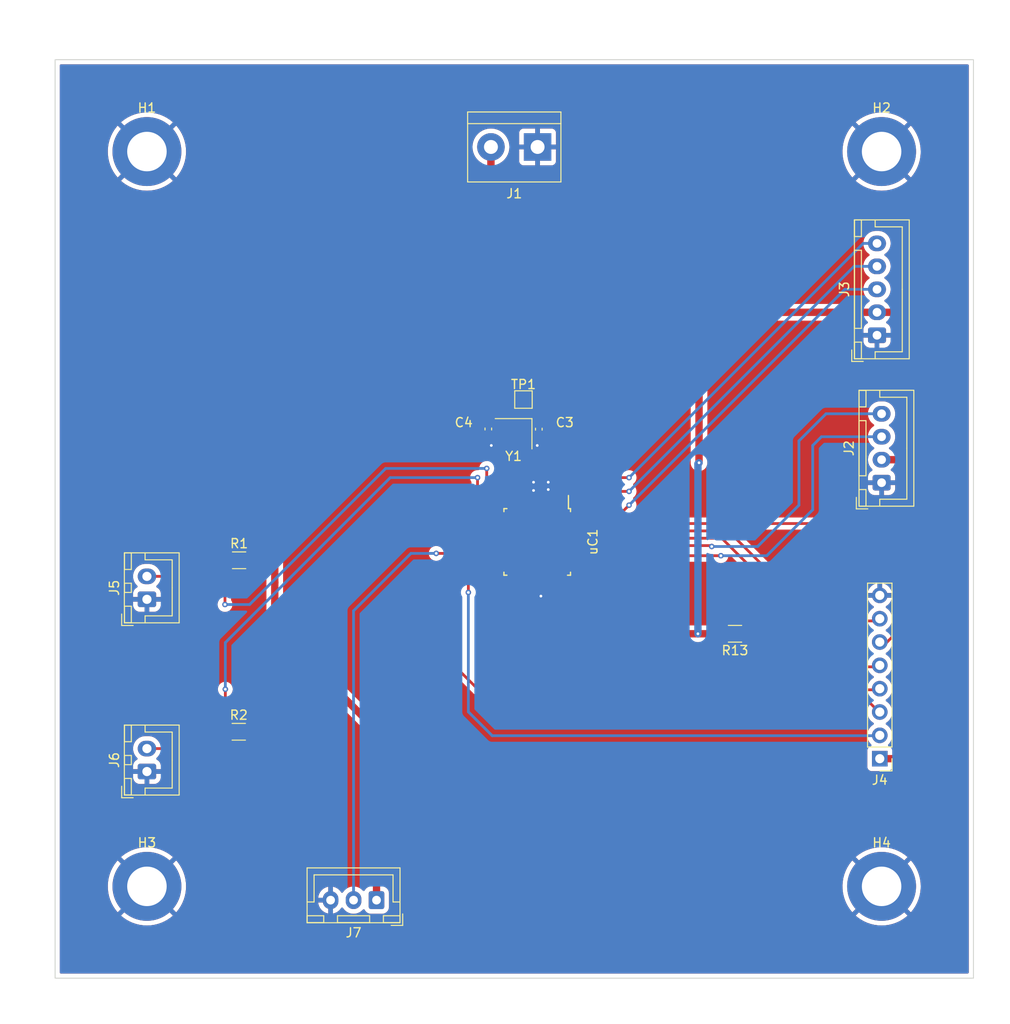
<source format=kicad_pcb>
(kicad_pcb (version 20211014) (generator pcbnew)
  (layers (0 "F.Cu" signal "Front") (1 "In1.Cu" signal) (2 "In2.Cu" signal) (31 "B.Cu" signal "Back") (34 "B.Paste" user) (35 "F.Paste" user) (36 "B.SilkS" user "B.Silkscreen") (37 "F.SilkS" user "F.Silkscreen") (38 "B.Mask" user) (39 "F.Mask" user) (44 "Edge.Cuts" user))
  (net 0 "")
  (net 1 "Net-(C3-Pad1)")
  (net 2 "GND")
  (net 3 "Net-(C4-Pad1)")
  (net 4 "+5V")
  (net 5 "SDA")
  (net 6 "SCL")
  (net 7 "MISO")
  (net 8 "MOSI")
  (net 9 "SCK")
  (net 10 "RST")
  (net 11 "UART TX")
  (net 12 "UART RX")
  (net 13 "Bouton1")
  (net 14 "Bouton2")
  (net 17 "SW")
  (net 18 "DT")
  (net 19 "CLK")
  (net 23 "BUZZER")
  (footprint "Connector_JST:JST_XH_B2B-XH-A_1x02_P2.50mm_Vertical" (layer "F.Cu") (at 35 83.75 90)
    (fp_text reference "J5" (at 1.25 -3.55 90) (layer "F.SilkS"))
    (fp_text value "Connecteur_bouton_1")
    (fp_line (start -2.55 -0.2) (end -1.8 -0.2) (layer "F.SilkS") (width 0.12))
    (fp_line (start 5.05 -0.2) (end 4.3 -0.2) (layer "F.SilkS") (width 0.12))
    (fp_line (start -2.55 -2.45) (end -2.55 -1.7) (layer "F.SilkS") (width 0.12))
    (fp_line (start -0.75 -1.7) (end -0.75 -2.45) (layer "F.SilkS") (width 0.12))
    (fp_line (start -0.75 -2.45) (end -2.55 -2.45) (layer "F.SilkS") (width 0.12))
    (fp_line (start 5.05 -2.45) (end 3.25 -2.45) (layer "F.SilkS") (width 0.12))
    (fp_line (start 5.06 3.51) (end 5.06 -2.46) (layer "F.SilkS") (width 0.12))
    (fp_line (start -2.56 3.51) (end 5.06 3.51) (layer "F.SilkS") (width 0.12))
    (fp_line (start -1.8 2.75) (end 1.25 2.75) (layer "F.SilkS") (width 0.12))
    (fp_line (start 3.25 -2.45) (end 3.25 -1.7) (layer "F.SilkS") (width 0.12))
    (fp_line (start 0.75 -1.7) (end 1.75 -1.7) (layer "F.SilkS") (width 0.12))
    (fp_line (start -1.8 -0.2) (end -1.8 2.75) (layer "F.SilkS") (width 0.12))
    (fp_line (start -2.56 -2.46) (end -2.56 3.51) (layer "F.SilkS") (width 0.12))
    (fp_line (start 4.3 -0.2) (end 4.3 2.75) (layer "F.SilkS") (width 0.12))
    (fp_line (start 1.75 -2.45) (end 0.75 -2.45) (layer "F.SilkS") (width 0.12))
    (fp_line (start 0.75 -2.45) (end 0.75 -1.7) (layer "F.SilkS") (width 0.12))
    (fp_line (start 5.06 -2.46) (end -2.56 -2.46) (layer "F.SilkS") (width 0.12))
    (fp_line (start -1.6 -2.75) (end -2.85 -2.75) (layer "F.SilkS") (width 0.12))
    (fp_line (start 1.75 -1.7) (end 1.75 -2.45) (layer "F.SilkS") (width 0.12))
    (fp_line (start 5.05 -1.7) (end 5.05 -2.45) (layer "F.SilkS") (width 0.12))
    (fp_line (start 4.3 2.75) (end 1.25 2.75) (layer "F.SilkS") (width 0.12))
    (fp_line (start 3.25 -1.7) (end 5.05 -1.7) (layer "F.SilkS") (width 0.12))
    (fp_line (start -2.85 -2.75) (end -2.85 -1.5) (layer "F.SilkS") (width 0.12))
    (fp_line (start -2.55 -1.7) (end -0.75 -1.7) (layer "F.SilkS") (width 0.12))
    (pad "1" thru_hole roundrect locked (at 0 0 90) (size 1.7 2) (drill 1) (layers *.Cu *.Mask) (roundrect_rratio 0.1470588235) (net 2 "GND"))
    (pad "2" thru_hole oval locked (at 2.5 0 90) (size 1.7 2) (drill 1) (layers *.Cu *.Mask) (net 13 "Bouton1"))
  )
  (footprint "Capacitor_SMD:C_0402_1005Metric" (layer "F.Cu") (at 72.175 65.205 -90)
    (fp_text reference "C4" (at -0.705 2.675 180) (layer "F.SilkS"))
    (fp_text value "22p")
    (fp_line (start -0.107836 0.36) (end 0.107836 0.36) (layer "F.SilkS") (width 0.12))
    (fp_line (start -0.107836 -0.36) (end 0.107836 -0.36) (layer "F.SilkS") (width 0.12))
    (pad "1" smd roundrect (at -0.48 0 270) (size 0.56 0.62) (layers "F.Cu" "F.Paste" "F.Mask") (net 3 "Net-(C4-Pad1)"))
    (pad "2" smd roundrect (at 0.48 0 270) (size 0.56 0.62) (layers "F.Cu" "F.Paste" "F.Mask") (net 2 "GND"))
  )
  (footprint "Connector_JST:JST_XH_B4B-XH-A_1x04_P2.50mm_Vertical" (layer "F.Cu") (at 115 71.05 90)
    (fp_text reference "J2" (at 3.75 -3.55 90) (layer "F.SilkS"))
    (fp_text value "Connecteur_ecran")
    (fp_line (start 10.05 -2.45) (end 8.25 -2.45) (layer "F.SilkS") (width 0.12))
    (fp_line (start -0.75 -2.45) (end -2.55 -2.45) (layer "F.SilkS") (width 0.12))
    (fp_line (start 6.75 -2.45) (end 0.75 -2.45) (layer "F.SilkS") (width 0.12))
    (fp_line (start 10.05 -0.2) (end 9.3 -0.2) (layer "F.SilkS") (width 0.12))
    (fp_line (start 9.3 -0.2) (end 9.3 2.75) (layer "F.SilkS") (width 0.12))
    (fp_line (start 8.25 -2.45) (end 8.25 -1.7) (layer "F.SilkS") (width 0.12))
    (fp_line (start -2.56 -2.46) (end -2.56 3.51) (layer "F.SilkS") (width 0.12))
    (fp_line (start -2.85 -2.75) (end -2.85 -1.5) (layer "F.SilkS") (width 0.12))
    (fp_line (start 0.75 -2.45) (end 0.75 -1.7) (layer "F.SilkS") (width 0.12))
    (fp_line (start -0.75 -1.7) (end -0.75 -2.45) (layer "F.SilkS") (width 0.12))
    (fp_line (start -2.56 3.51) (end 10.06 3.51) (layer "F.SilkS") (width 0.12))
    (fp_line (start -2.55 -1.7) (end -0.75 -1.7) (layer "F.SilkS") (width 0.12))
    (fp_line (start 10.06 3.51) (end 10.06 -2.46) (layer "F.SilkS") (width 0.12))
    (fp_line (start -1.8 -0.2) (end -1.8 2.75) (layer "F.SilkS") (width 0.12))
    (fp_line (start 10.05 -1.7) (end 10.05 -2.45) (layer "F.SilkS") (width 0.12))
    (fp_line (start -2.55 -0.2) (end -1.8 -0.2) (layer "F.SilkS") (width 0.12))
    (fp_line (start 0.75 -1.7) (end 6.75 -1.7) (layer "F.SilkS") (width 0.12))
    (fp_line (start 9.3 2.75) (end 3.75 2.75) (layer "F.SilkS") (width 0.12))
    (fp_line (start -1.8 2.75) (end 3.75 2.75) (layer "F.SilkS") (width 0.12))
    (fp_line (start 6.75 -1.7) (end 6.75 -2.45) (layer "F.SilkS") (width 0.12))
    (fp_line (start -1.6 -2.75) (end -2.85 -2.75) (layer "F.SilkS") (width 0.12))
    (fp_line (start 8.25 -1.7) (end 10.05 -1.7) (layer "F.SilkS") (width 0.12))
    (fp_line (start 10.06 -2.46) (end -2.56 -2.46) (layer "F.SilkS") (width 0.12))
    (fp_line (start -2.55 -2.45) (end -2.55 -1.7) (layer "F.SilkS") (width 0.12))
    (pad "1" thru_hole roundrect (at 0 0 90) (size 1.7 1.95) (drill 0.95) (layers *.Cu *.Mask) (roundrect_rratio 0.1470588235) (net 2 "GND"))
    (pad "2" thru_hole oval (at 2.5 0 90) (size 1.7 1.95) (drill 0.95) (layers *.Cu *.Mask) (net 4 "+5V"))
    (pad "3" thru_hole oval (at 5 0 90) (size 1.7 1.95) (drill 0.95) (layers *.Cu *.Mask) (net 5 "SDA"))
    (pad "4" thru_hole oval (at 7.5 0 90) (size 1.7 1.95) (drill 0.95) (layers *.Cu *.Mask) (net 6 "SCL"))
  )
  (footprint "Resistor_SMD:R_1206_3216Metric" (layer "F.Cu") (at 45 98.17)
    (fp_text reference "R2" (at 0 -1.82) (layer "F.SilkS"))
    (fp_text value "10k")
    (fp_line (start -0.727064 0.91) (end 0.727064 0.91) (layer "F.SilkS") (width 0.12))
    (fp_line (start -0.727064 -0.91) (end 0.727064 -0.91) (layer "F.SilkS") (width 0.12))
    (pad "1" smd roundrect (at -1.4625 0) (size 1.125 1.75) (layers "F.Cu" "F.Paste" "F.Mask") (roundrect_rratio 0.2222222222) (net 14 "Bouton2"))
    (pad "2" smd roundrect (at 1.4625 0) (size 1.125 1.75) (layers "F.Cu" "F.Paste" "F.Mask") (roundrect_rratio 0.2222222222) (net 4 "+5V"))
  )
  (footprint "Package_QFP:TQFP-32_7x7mm_P0.8mm" (layer "F.Cu") (at 77.5 77.5 -90)
    (fp_text reference "uC1" (at 0 -6.05 90) (layer "F.SilkS"))
    (fp_text value "ATmega328-A")
    (fp_line (start -3.625 -3.625) (end -3.3 -3.625) (layer "F.SilkS") (width 0.15))
    (fp_line (start 3.625 3.625) (end 3.625 3.3) (layer "F.SilkS") (width 0.15))
    (fp_line (start 3.625 -3.625) (end 3.625 -3.3) (layer "F.SilkS") (width 0.15))
    (fp_line (start -3.625 -3.4) (end -5.05 -3.4) (layer "F.SilkS") (width 0.15))
    (fp_line (start -3.625 3.625) (end -3.3 3.625) (layer "F.SilkS") (width 0.15))
    (fp_line (start -3.625 3.625) (end -3.625 3.3) (layer "F.SilkS") (width 0.15))
    (fp_line (start 3.625 3.625) (end 3.3 3.625) (layer "F.SilkS") (width 0.15))
    (fp_line (start -3.625 -3.625) (end -3.625 -3.4) (layer "F.SilkS") (width 0.15))
    (fp_line (start 3.625 -3.625) (end 3.3 -3.625) (layer "F.SilkS") (width 0.15))
    (pad "1" smd rect (at -4.25 -2.8 270) (size 1.6 0.55) (layers "F.Cu" "F.Paste" "F.Mask") (net 18 "DT"))
    (pad "2" smd rect (at -4.25 -2 270) (size 1.6 0.55) (layers "F.Cu" "F.Paste" "F.Mask") (net 19 "CLK"))
    (pad "3" smd rect (at -4.25 -1.2 270) (size 1.6 0.55) (layers "F.Cu" "F.Paste" "F.Mask") (net 2 "GND"))
    (pad "4" smd rect (at -4.25 -0.4 270) (size 1.6 0.55) (layers "F.Cu" "F.Paste" "F.Mask") (net 4 "+5V"))
    (pad "5" smd rect (at -4.25 0.4 270) (size 1.6 0.55) (layers "F.Cu" "F.Paste" "F.Mask") (net 2 "GND"))
    (pad "6" smd rect (at -4.25 1.2 270) (size 1.6 0.55) (layers "F.Cu" "F.Paste" "F.Mask") (net 4 "+5V"))
    (pad "7" smd rect (at -4.25 2 270) (size 1.6 0.55) (layers "F.Cu" "F.Paste" "F.Mask") (net 1 "Net-(C3-Pad1)"))
    (pad "8" smd rect (at -4.25 2.8 270) (size 1.6 0.55) (layers "F.Cu" "F.Paste" "F.Mask") (net 3 "Net-(C4-Pad1)"))
    (pad "9" smd rect (at -2.8 4.25) (size 1.6 0.55) (layers "F.Cu" "F.Paste" "F.Mask") (net 13 "Bouton1"))
    (pad "10" smd rect (at -2 4.25) (size 1.6 0.55) (layers "F.Cu" "F.Paste" "F.Mask") (net 14 "Bouton2"))
    (pad "11" smd rect (at -1.2 4.25) (size 1.6 0.55) (layers "F.Cu" "F.Paste" "F.Mask"))
    (pad "12" smd rect (at -0.4 4.25) (size 1.6 0.55) (layers "F.Cu" "F.Paste" "F.Mask"))
    (pad "13" smd rect (at 0.4 4.25) (size 1.6 0.55) (layers "F.Cu" "F.Paste" "F.Mask"))
    (pad "14" smd rect (at 1.2 4.25) (size 1.6 0.55) (layers "F.Cu" "F.Paste" "F.Mask") (net 23 "BUZZER"))
    (pad "15" smd rect (at 2 4.25) (size 1.6 0.55) (layers "F.Cu" "F.Paste" "F.Mask") (net 8 "MOSI"))
    (pad "16" smd rect (at 2.8 4.25) (size 1.6 0.55) (layers "F.Cu" "F.Paste" "F.Mask") (net 7 "MISO"))
    (pad "17" smd rect (at 4.25 2.8 270) (size 1.6 0.55) (layers "F.Cu" "F.Paste" "F.Mask") (net 9 "SCK"))
    (pad "18" smd rect (at 4.25 2 270) (size 1.6 0.55) (layers "F.Cu" "F.Paste" "F.Mask") (net 4 "+5V"))
    (pad "19" smd rect (at 4.25 1.2 270) (size 1.6 0.55) (layers "F.Cu" "F.Paste" "F.Mask"))
    (pad "20" smd rect (at 4.25 0.4 270) (size 1.6 0.55) (layers "F.Cu" "F.Paste" "F.Mask") (net 4 "+5V"))
    (pad "21" smd rect (at 4.25 -0.4 270) (size 1.6 0.55) (layers "F.Cu" "F.Paste" "F.Mask") (net 2 "GND"))
    (pad "22" smd rect (at 4.25 -1.2 270) (size 1.6 0.55) (layers "F.Cu" "F.Paste" "F.Mask"))
    (pad "23" smd rect (at 4.25 -2 270) (size 1.6 0.55) (layers "F.Cu" "F.Paste" "F.Mask"))
    (pad "24" smd rect (at 4.25 -2.8 270) (size 1.6 0.55) (layers "F.Cu" "F.Paste" "F.Mask"))
    (pad "25" smd rect (at 2.8 -4.25) (size 1.6 0.55) (layers "F.Cu" "F.Paste" "F.Mask"))
    (pad "26" smd rect (at 2 -4.25) (size 1.6 0.55) (layers "F.Cu" "F.Paste" "F.Mask"))
    (pad "27" smd rect (at 1.2 -4.25) (size 1.6 0.55) (layers "F.Cu" "F.Paste" "F.Mask") (net 5 "SDA"))
    (pad "28" smd rect (at 0.4 -4.25) (size 1.6 0.55) (layers "F.Cu" "F.Paste" "F.Mask") (net 6 "SCL"))
    (pad "29" smd rect (at -0.4 -4.25) (size 1.6 0.55) (layers "F.Cu" "F.Paste" "F.Mask") (net 10 "RST"))
    (pad "30" smd rect (at -1.2 -4.25) (size 1.6 0.55) (layers "F.Cu" "F.Paste" "F.Mask") (net 12 "UART RX"))
    (pad "31" smd rect (at -2 -4.25) (size 1.6 0.55) (layers "F.Cu" "F.Paste" "F.Mask") (net 11 "UART TX"))
    (pad "32" smd rect (at -2.8 -4.25) (size 1.6 0.55) (layers "F.Cu" "F.Paste" "F.Mask") (net 17 "SW"))
  )
  (footprint "Connector_JST:JST_XH_B5B-XH-A_1x05_P2.50mm_Vertical" (layer "F.Cu") (at 114.5 55 90)
    (fp_text reference "J3" (at 5 -3.55 90) (layer "F.SilkS"))
    (fp_text value "Conn_encodeur_rotatif")
    (fp_line (start 12.55 -0.2) (end 11.8 -0.2) (layer "F.SilkS") (width 0.12))
    (fp_line (start 0.75 -2.45) (end 0.75 -1.7) (layer "F.SilkS") (width 0.12))
    (fp_line (start 9.25 -1.7) (end 9.25 -2.45) (layer "F.SilkS") (width 0.12))
    (fp_line (start 11.8 2.75) (end 5 2.75) (layer "F.SilkS") (width 0.12))
    (fp_line (start -1.8 2.75) (end 5 2.75) (layer "F.SilkS") (width 0.12))
    (fp_line (start 0.75 -1.7) (end 9.25 -1.7) (layer "F.SilkS") (width 0.12))
    (fp_line (start 10.75 -2.45) (end 10.75 -1.7) (layer "F.SilkS") (width 0.12))
    (fp_line (start 12.55 -2.45) (end 10.75 -2.45) (layer "F.SilkS") (width 0.12))
    (fp_line (start -2.85 -2.75) (end -2.85 -1.5) (layer "F.SilkS") (width 0.12))
    (fp_line (start -2.55 -2.45) (end -2.55 -1.7) (layer "F.SilkS") (width 0.12))
    (fp_line (start -1.6 -2.75) (end -2.85 -2.75) (layer "F.SilkS") (width 0.12))
    (fp_line (start -2.55 -1.7) (end -0.75 -1.7) (layer "F.SilkS") (width 0.12))
    (fp_line (start -1.8 -0.2) (end -1.8 2.75) (layer "F.SilkS") (width 0.12))
    (fp_line (start 12.56 3.51) (end 12.56 -2.46) (layer "F.SilkS") (width 0.12))
    (fp_line (start -0.75 -1.7) (end -0.75 -2.45) (layer "F.SilkS") (width 0.12))
    (fp_line (start -2.56 3.51) (end 12.56 3.51) (layer "F.SilkS") (width 0.12))
    (fp_line (start 11.8 -0.2) (end 11.8 2.75) (layer "F.SilkS") (width 0.12))
    (fp_line (start 12.55 -1.7) (end 12.55 -2.45) (layer "F.SilkS") (width 0.12))
    (fp_line (start 10.75 -1.7) (end 12.55 -1.7) (layer "F.SilkS") (width 0.12))
    (fp_line (start 9.25 -2.45) (end 0.75 -2.45) (layer "F.SilkS") (width 0.12))
    (fp_line (start -2.55 -0.2) (end -1.8 -0.2) (layer "F.SilkS") (width 0.12))
    (fp_line (start -0.75 -2.45) (end -2.55 -2.45) (layer "F.SilkS") (width 0.12))
    (fp_line (start 12.56 -2.46) (end -2.56 -2.46) (layer "F.SilkS") (width 0.12))
    (fp_line (start -2.56 -2.46) (end -2.56 3.51) (layer "F.SilkS") (width 0.12))
    (pad "1" thru_hole roundrect (at 0 0 90) (size 1.7 1.95) (drill 0.95) (layers *.Cu *.Mask) (roundrect_rratio 0.1470588235) (net 2 "GND"))
    (pad "2" thru_hole oval (at 2.5 0 90) (size 1.7 1.95) (drill 0.95) (layers *.Cu *.Mask) (net 4 "+5V"))
    (pad "3" thru_hole oval (at 5 0 90) (size 1.7 1.95) (drill 0.95) (layers *.Cu *.Mask) (net 17 "SW"))
    (pad "4" thru_hole oval (at 7.5 0 90) (size 1.7 1.95) (drill 0.95) (layers *.Cu *.Mask) (net 18 "DT"))
    (pad "5" thru_hole oval (at 10 0 90) (size 1.7 1.95) (drill 0.95) (layers *.Cu *.Mask) (net 19 "CLK"))
  )
  (footprint "TerminalBlock:TerminalBlock_bornier-2_P5.08mm" (layer "F.Cu") (at 77.54 34.5 180)
    (fp_text reference "J1" (at 2.54 -5.08 180) (layer "F.SilkS"))
    (fp_text value "Connecteur_Alim")
    (fp_line (start 7.62 2.54) (end -2.54 2.54) (layer "F.SilkS") (width 0.12))
    (fp_line (start -2.54 -3.81) (end -2.54 3.81) (layer "F.SilkS") (width 0.12))
    (fp_line (start -2.54 3.81) (end 7.62 3.81) (layer "F.SilkS") (width 0.12))
    (fp_line (start 7.62 -3.81) (end -2.54 -3.81) (layer "F.SilkS") (width 0.12))
    (fp_line (start 7.62 3.81) (end 7.62 -3.81) (layer "F.SilkS") (width 0.12))
    (pad "1" thru_hole rect (at 0 0 180) (size 3 3) (drill 1.52) (layers *.Cu *.Mask) (net 2 "GND"))
    (pad "2" thru_hole circle (at 5.08 0 180) (size 3 3) (drill 1.52) (layers *.Cu *.Mask) (net 4 "+5V"))
  )
  (footprint "Connector_PinHeader_2.54mm:PinHeader_1x08_P2.54mm_Vertical" (layer "F.Cu") (at 114.8 101.1 180)
    (fp_text reference "J4" (at 0 -2.33) (layer "F.SilkS"))
    (fp_text value "Connecteur_Prog")
    (fp_line (start -1.33 0) (end -1.33 -1.33) (layer "F.SilkS") (width 0.12))
    (fp_line (start -1.33 -1.33) (end 0 -1.33) (layer "F.SilkS") (width 0.12))
    (fp_line (start -1.33 1.27) (end 1.33 1.27) (layer "F.SilkS") (width 0.12))
    (fp_line (start 1.33 1.27) (end 1.33 19.11) (layer "F.SilkS") (width 0.12))
    (fp_line (start -1.33 19.11) (end 1.33 19.11) (layer "F.SilkS") (width 0.12))
    (fp_line (start -1.33 1.27) (end -1.33 19.11) (layer "F.SilkS") (width 0.12))
    (pad "1" thru_hole rect (at 0 0 180) (size 1.7 1.7) (drill 1) (layers *.Cu *.Mask) (net 4 "+5V"))
    (pad "2" thru_hole oval (at 0 2.54 180) (size 1.7 1.7) (drill 1) (layers *.Cu *.Mask) (net 7 "MISO"))
    (pad "3" thru_hole oval (at 0 5.08 180) (size 1.7 1.7) (drill 1) (layers *.Cu *.Mask) (net 8 "MOSI"))
    (pad "4" thru_hole oval (at 0 7.62 180) (size 1.7 1.7) (drill 1) (layers *.Cu *.Mask) (net 9 "SCK"))
    (pad "5" thru_hole oval (at 0 10.16 180) (size 1.7 1.7) (drill 1) (layers *.Cu *.Mask) (net 10 "RST"))
    (pad "6" thru_hole oval (at 0 12.7 180) (size 1.7 1.7) (drill 1) (layers *.Cu *.Mask) (net 11 "UART TX"))
    (pad "7" thru_hole oval (at 0 15.24 180) (size 1.7 1.7) (drill 1) (layers *.Cu *.Mask) (net 12 "UART RX"))
    (pad "8" thru_hole oval (at 0 17.78 180) (size 1.7 1.7) (drill 1) (layers *.Cu *.Mask) (net 2 "GND"))
  )
  (footprint "Capacitor_SMD:C_0402_1005Metric" (layer "F.Cu") (at 77.675 65.225 -90)
    (fp_text reference "C3" (at -0.725 -2.825 180) (layer "F.SilkS"))
    (fp_text value "22p")
    (fp_line (start -0.107836 0.36) (end 0.107836 0.36) (layer "F.SilkS") (width 0.12))
    (fp_line (start -0.107836 -0.36) (end 0.107836 -0.36) (layer "F.SilkS") (width 0.12))
    (pad "1" smd roundrect (at -0.48 0 270) (size 0.56 0.62) (layers "F.Cu" "F.Paste" "F.Mask") (net 1 "Net-(C3-Pad1)"))
    (pad "2" smd roundrect (at 0.48 0 270) (size 0.56 0.62) (layers "F.Cu" "F.Paste" "F.Mask") (net 2 "GND"))
  )
  (footprint "MountingHole:MountingHole_4.3mm_M4_DIN965_Pad" (layer "F.Cu") (at 35 35)
    (fp_text reference "H1" (at 0 -4.75) (layer "F.SilkS"))
    (fp_text value "MountingHole_Pad" hide)
    (pad "1" thru_hole circle locked (at 0 0) (size 7.5 7.5) (drill 4.3) (layers *.Cu *.Mask) (net 2 "GND"))
  )
  (footprint "MountingHole:MountingHole_4.3mm_M4_DIN965_Pad" (layer "F.Cu") (at 115 115)
    (fp_text reference locked "H4" (at 0 -4.75) (layer "F.SilkS"))
    (fp_text value "MountingHole_Pad" hide)
    (pad "1" thru_hole circle locked (at 0 0) (size 7.5 7.5) (drill 4.3) (layers *.Cu *.Mask) (net 2 "GND"))
  )
  (footprint "Connector_JST:JST_XH_B2B-XH-A_1x02_P2.50mm_Vertical" (layer "F.Cu") (at 35 102.5 90)
    (fp_text reference "J6" (at 1.25 -3.55 90) (layer "F.SilkS"))
    (fp_text value "Connecteur_bouton_2")
    (fp_line (start 5.05 -1.7) (end 5.05 -2.45) (layer "F.SilkS") (width 0.12))
    (fp_line (start -2.55 -2.45) (end -2.55 -1.7) (layer "F.SilkS") (width 0.12))
    (fp_line (start 0.75 -1.7) (end 1.75 -1.7) (layer "F.SilkS") (width 0.12))
    (fp_line (start -0.75 -1.7) (end -0.75 -2.45) (layer "F.SilkS") (width 0.12))
    (fp_line (start 0.75 -2.45) (end 0.75 -1.7) (layer "F.SilkS") (width 0.12))
    (fp_line (start 5.06 -2.46) (end -2.56 -2.46) (layer "F.SilkS") (width 0.12))
    (fp_line (start -2.56 3.51) (end 5.06 3.51) (layer "F.SilkS") (width 0.12))
    (fp_line (start -0.75 -2.45) (end -2.55 -2.45) (layer "F.SilkS") (width 0.12))
    (fp_line (start 4.3 -0.2) (end 4.3 2.75) (layer "F.SilkS") (width 0.12))
    (fp_line (start 4.3 2.75) (end 1.25 2.75) (layer "F.SilkS") (width 0.12))
    (fp_line (start 3.25 -1.7) (end 5.05 -1.7) (layer "F.SilkS") (width 0.12))
    (fp_line (start -2.55 -0.2) (end -1.8 -0.2) (layer "F.SilkS") (width 0.12))
    (fp_line (start -2.56 -2.46) (end -2.56 3.51) (layer "F.SilkS") (width 0.12))
    (fp_line (start 5.05 -2.45) (end 3.25 -2.45) (layer "F.SilkS") (width 0.12))
    (fp_line (start -1.8 -0.2) (end -1.8 2.75) (layer "F.SilkS") (width 0.12))
    (fp_line (start 5.06 3.51) (end 5.06 -2.46) (layer "F.SilkS") (width 0.12))
    (fp_line (start -2.55 -1.7) (end -0.75 -1.7) (layer "F.SilkS") (width 0.12))
    (fp_line (start -1.8 2.75) (end 1.25 2.75) (layer "F.SilkS") (width 0.12))
    (fp_line (start 3.25 -2.45) (end 3.25 -1.7) (layer "F.SilkS") (width 0.12))
    (fp_line (start 1.75 -2.45) (end 0.75 -2.45) (layer "F.SilkS") (width 0.12))
    (fp_line (start 5.05 -0.2) (end 4.3 -0.2) (layer "F.SilkS") (width 0.12))
    (fp_line (start -2.85 -2.75) (end -2.85 -1.5) (layer "F.SilkS") (width 0.12))
    (fp_line (start -1.6 -2.75) (end -2.85 -2.75) (layer "F.SilkS") (width 0.12))
    (fp_line (start 1.75 -1.7) (end 1.75 -2.45) (layer "F.SilkS") (width 0.12))
    (pad "1" thru_hole roundrect locked (at 0 0 90) (size 1.7 2) (drill 1) (layers *.Cu *.Mask) (roundrect_rratio 0.1470588235) (net 2 "GND"))
    (pad "2" thru_hole oval locked (at 2.5 0 90) (size 1.7 2) (drill 1) (layers *.Cu *.Mask) (net 14 "Bouton2"))
  )
  (footprint "Connector_JST:JST_XH_B3B-XH-A_1x03_P2.50mm_Vertical" (layer "F.Cu") (at 60 116.5 180)
    (fp_text reference "J7" (at 2.5 -3.55) (layer "F.SilkS"))
    (fp_text value "Conn_01x03_Female")
    (fp_line (start 5.75 -1.7) (end 7.55 -1.7) (layer "F.SilkS") (width 0.12))
    (fp_line (start 7.56 -2.46) (end -2.56 -2.46) (layer "F.SilkS") (width 0.12))
    (fp_line (start -1.6 -2.75) (end -2.85 -2.75) (layer "F.SilkS") (width 0.12))
    (fp_line (start 7.55 -1.7) (end 7.55 -2.45) (layer "F.SilkS") (width 0.12))
    (fp_line (start 6.8 -0.2) (end 6.8 2.75) (layer "F.SilkS") (width 0.12))
    (fp_line (start -2.55 -2.45) (end -2.55 -1.7) (layer "F.SilkS") (width 0.12))
    (fp_line (start 6.8 2.75) (end 2.5 2.75) (layer "F.SilkS") (width 0.12))
    (fp_line (start 0.75 -1.7) (end 4.25 -1.7) (layer "F.SilkS") (width 0.12))
    (fp_line (start -1.8 -0.2) (end -1.8 2.75) (layer "F.SilkS") (width 0.12))
    (fp_line (start -2.55 -1.7) (end -0.75 -1.7) (layer "F.SilkS") (width 0.12))
    (fp_line (start 7.56 3.51) (end 7.56 -2.46) (layer "F.SilkS") (width 0.12))
    (fp_line (start 7.55 -2.45) (end 5.75 -2.45) (layer "F.SilkS") (width 0.12))
    (fp_line (start 5.75 -2.45) (end 5.75 -1.7) (layer "F.SilkS") (width 0.12))
    (fp_line (start -1.8 2.75) (end 2.5 2.75) (layer "F.SilkS") (width 0.12))
    (fp_line (start -2.55 -0.2) (end -1.8 -0.2) (layer "F.SilkS") (width 0.12))
    (fp_line (start 4.25 -2.45) (end 0.75 -2.45) (layer "F.SilkS") (width 0.12))
    (fp_line (start 0.75 -2.45) (end 0.75 -1.7) (layer "F.SilkS") (width 0.12))
    (fp_line (start 4.25 -1.7) (end 4.25 -2.45) (layer "F.SilkS") (width 0.12))
    (fp_line (start -2.56 -2.46) (end -2.56 3.51) (layer "F.SilkS") (width 0.12))
    (fp_line (start -0.75 -2.45) (end -2.55 -2.45) (layer "F.SilkS") (width 0.12))
    (fp_line (start -2.85 -2.75) (end -2.85 -1.5) (layer "F.SilkS") (width 0.12))
    (fp_line (start 7.55 -0.2) (end 6.8 -0.2) (layer "F.SilkS") (width 0.12))
    (fp_line (start -2.56 3.51) (end 7.56 3.51) (layer "F.SilkS") (width 0.12))
    (fp_line (start -0.75 -1.7) (end -0.75 -2.45) (layer "F.SilkS") (width 0.12))
    (pad "1" thru_hole roundrect (at 0 0 180) (size 1.7 1.95) (drill 0.95) (layers *.Cu *.Mask) (roundrect_rratio 0.1470588235) (net 4 "+5V"))
    (pad "2" thru_hole oval (at 2.5 0 180) (size 1.7 1.95) (drill 0.95) (layers *.Cu *.Mask) (net 23 "BUZZER"))
    (pad "3" thru_hole oval (at 5 0 180) (size 1.7 1.95) (drill 0.95) (layers *.Cu *.Mask) (net 2 "GND"))
  )
  (footprint "Resistor_SMD:R_1206_3216Metric" (layer "F.Cu") (at 99.0375 87.5 180)
    (fp_text reference "R13" (at 0 -1.82) (layer "F.SilkS"))
    (fp_text value "100k")
    (fp_line (start -0.727064 0.91) (end 0.727064 0.91) (layer "F.SilkS") (width 0.12))
    (fp_line (start -0.727064 -0.91) (end 0.727064 -0.91) (layer "F.SilkS") (width 0.12))
    (pad "1" smd roundrect (at -1.4625 0 180) (size 1.125 1.75) (layers "F.Cu" "F.Paste" "F.Mask") (roundrect_rratio 0.2222222222) (net 10 "RST"))
    (pad "2" smd roundrect (at 1.4625 0 180) (size 1.125 1.75) (layers "F.Cu" "F.Paste" "F.Mask") (roundrect_rratio 0.2222222222) (net 4 "+5V"))
  )
  (footprint "MountingHole:MountingHole_4.3mm_M4_DIN965_Pad" (layer "F.Cu") (at 35 115)
    (fp_text reference "H3" (at 0 -4.75) (layer "F.SilkS"))
    (fp_text value "MountingHole_Pad" hide)
    (pad "1" thru_hole circle locked (at 0 0) (size 7.5 7.5) (drill 4.3) (layers *.Cu *.Mask) (net 2 "GND"))
  )
  (footprint "Crystal:Crystal_SMD_3225-4Pin_3.2x2.5mm" (layer "F.Cu") (at 74.925 65.725 180)
    (fp_text reference "Y1" (at 0 -2.45) (layer "F.SilkS"))
    (fp_text value "16MHz")
    (fp_line (start -2 -1.65) (end -2 1.65) (layer "F.SilkS") (width 0.12))
    (fp_line (start -2 1.65) (end 2 1.65) (layer "F.SilkS") (width 0.12))
    (pad "1" smd rect (at -1.1 0.85 180) (size 1.4 1.2) (layers "F.Cu" "F.Paste" "F.Mask") (net 1 "Net-(C3-Pad1)"))
    (pad "2" smd rect (at 1.1 0.85 180) (size 1.4 1.2) (layers "F.Cu" "F.Paste" "F.Mask") (net 3 "Net-(C4-Pad1)"))
    (pad "3" smd rect (at 1.1 -0.85 180) (size 1.4 1.2) (layers "F.Cu" "F.Paste" "F.Mask"))
    (pad "4" smd rect (at -1.1 -0.85 180) (size 1.4 1.2) (layers "F.Cu" "F.Paste" "F.Mask"))
  )
  (footprint "MountingHole:MountingHole_4.3mm_M4_DIN965_Pad" (layer "F.Cu") (at 115 35)
    (fp_text reference "H2" (at 0 -4.75) (layer "F.SilkS"))
    (fp_text value "MountingHole_Pad" hide)
    (pad "1" thru_hole circle locked (at 0 0) (size 7.5 7.5) (drill 4.3) (layers *.Cu *.Mask) (net 2 "GND"))
  )
  (footprint "Resistor_SMD:R_1206_3216Metric" (layer "F.Cu") (at 45.0375 79.5)
    (fp_text reference "R1" (at 0 -1.82) (layer "F.SilkS"))
    (fp_text value "10k")
    (fp_line (start -0.727064 0.91) (end 0.727064 0.91) (layer "F.SilkS") (width 0.12))
    (fp_line (start -0.727064 -0.91) (end 0.727064 -0.91) (layer "F.SilkS") (width 0.12))
    (pad "1" smd roundrect (at -1.4625 0) (size 1.125 1.75) (layers "F.Cu" "F.Paste" "F.Mask") (roundrect_rratio 0.2222222222) (net 13 "Bouton1"))
    (pad "2" smd roundrect (at 1.4625 0) (size 1.125 1.75) (layers "F.Cu" "F.Paste" "F.Mask") (roundrect_rratio 0.2222222222) (net 4 "+5V"))
  )
  (footprint "TestPoint:TestPoint_Pad_1.5x1.5mm" (layer "F.Cu") (at 76 62)
    (fp_text reference "TP1" (at 0 -1.648) (layer "F.SilkS"))
    (fp_text value "TestPoint")
    (fp_line (start -0.95 -0.95) (end 0.95 -0.95) (layer "F.SilkS") (width 0.12))
    (fp_line (start 0.95 0.95) (end -0.95 0.95) (layer "F.SilkS") (width 0.12))
    (fp_line (start -0.95 0.95) (end -0.95 -0.95) (layer "F.SilkS") (width 0.12))
    (fp_line (start 0.95 -0.95) (end 0.95 0.95) (layer "F.SilkS") (width 0.12))
    (pad "1" smd rect (at 0 0) (size 1.5 1.5) (layers "F.Cu" "F.Mask") (net 1 "Net-(C3-Pad1)"))
  )
  (gr_rect locked (start 25 25) (end 125 125) (layer "Edge.Cuts") (width 0.1) (fill none))
  (segment (start 77.675 64.745) (end 78.745 64.745) (width 0.3) (layer "F.Cu") (net 1))
  (segment (start 76.25 68.5) (end 75.5 69.25) (width 0.3) (layer "F.Cu") (net 1))
  (segment (start 77 68.5) (end 76.25 68.5) (width 0.3) (layer "F.Cu") (net 1))
  (segment (start 78.745 64.745) (end 79 65) (width 0.3) (layer "F.Cu") (net 1))
  (segment (start 75.5 69.25) (end 75.5 73.25) (width 0.3) (layer "F.Cu") (net 1))
  (segment (start 77.675 64.745) (end 76.205 64.745) (width 0.3) (layer "F.Cu") (net 1))
  (segment (start 79 66.5) (end 77 68.5) (width 0.3) (layer "F.Cu") (net 1))
  (segment (start 76.205 64.745) (end 76 64.95) (width 0.3) (layer "F.Cu") (net 1))
  (segment (start 79 65) (end 79 66.5) (width 0.3) (layer "F.Cu") (net 1))
  (segment (start 76 62) (end 76 64.95) (width 0.3) (layer "F.Cu") (net 1))
  (segment (start 78.7 73.25) (end 78.7 71.8) (width 0.6) (layer "F.Cu") (net 2))
  (segment (start 77.1 73.25) (end 77.1 71.9) (width 0.6) (layer "F.Cu") (net 2))
  (segment (start 77.9 81.75) (end 77.9 83.4) (width 0.6) (layer "F.Cu") (net 2))
  (segment (start 78.7 71.8) (end 78.7 71) (width 0.6) (layer "F.Cu") (net 2))
  (segment (start 77.1 71.9) (end 77.1 71) (width 0.6) (layer "F.Cu") (net 2))
  (via (at 77.9 83.4) (size 0.6) (drill 0.3) (layers "F.Cu" "B.Cu") (net 2))
  (via (at 77.1 71.9) (size 0.6) (drill 0.3) (layers "F.Cu" "B.Cu") (net 2))
  (via (at 77.1 71) (size 0.6) (drill 0.3) (layers "F.Cu" "B.Cu") (net 2))
  (via (at 78.7 71) (size 0.6) (drill 0.3) (layers "F.Cu" "B.Cu") (net 2))
  (via (at 78.7 71.8) (size 0.6) (drill 0.3) (layers "F.Cu" "B.Cu") (net 2))
  (via (at 72.5 67) (size 0.6) (drill 0.3) (layers "F.Cu" "B.Cu") (net 2))
  (via (at 77.5 67) (size 0.6) (drill 0.3) (layers "F.Cu" "B.Cu") (net 2))
  (segment (start 73.625 64.725) (end 73.85 64.95) (width 0.3) (layer "F.Cu") (net 3))
  (segment (start 73 68.5) (end 74 68.5) (width 0.3) (layer "F.Cu") (net 3))
  (segment (start 71.275 64.725) (end 71 65) (width 0.3) (layer "F.Cu") (net 3))
  (segment (start 74.7 69.2) (end 74.7 73.25) (width 0.3) (layer "F.Cu") (net 3))
  (segment (start 72.175 64.725) (end 71.275 64.725) (width 0.3) (layer "F.Cu") (net 3))
  (segment (start 71 66.5) (end 73 68.5) (width 0.3) (layer "F.Cu") (net 3))
  (segment (start 74 68.5) (end 74.7 69.2) (width 0.3) (layer "F.Cu") (net 3))
  (segment (start 72.175 64.725) (end 73.625 64.725) (width 0.3) (layer "F.Cu") (net 3))
  (segment (start 71 65) (end 71 66.5) (width 0.3) (layer "F.Cu") (net 3))
  (segment (start 119.5 54.5) (end 119.5 71) (width 0.8) (layer "F.Cu") (net 4))
  (segment (start 95.12 68.88) (end 95.12 55.62) (width 0.8) (layer "F.Cu") (net 4))
  (segment (start 90.5 52.5) (end 114.5 52.5) (width 0.8) (layer "F.Cu") (net 4))
  (segment (start 48.92 78.33) (end 48.92 77.83) (width 0.8) (layer "F.Cu") (net 4))
  (segment (start 48.92 65.58) (end 62 52.5) (width 0.8) (layer "F.Cu") (net 4))
  (segment (start 77.9 70.1) (end 78 70) (width 0.6) (layer "F.Cu") (net 4))
  (segment (start 48.92 95.7125) (end 48.92 86.92) (width 0.8) (layer "F.Cu") (net 4))
  (segment (start 95.12 55.62) (end 92 52.5) (width 0.8) (layer "F.Cu") (net 4))
  (segment (start 48.92 76.92) (end 48.92 65.58) (width 0.8) (layer "F.Cu") (net 4))
  (segment (start 48.92 86.92) (end 48.92 81.92) (width 0.8) (layer "F.Cu") (net 4))
  (segment (start 77.1 82.9) (end 76 84) (width 0.6) (layer "F.Cu") (net 4))
  (segment (start 76.3 73.25) (end 76.3 70.2) (width 0.6) (layer "F.Cu") (net 4))
  (segment (start 114.5 52.5) (end 117.5 52.5) (width 0.8) (layer "F.Cu") (net 4))
  (segment (start 48.92 81.92) (end 48.92 78.33) (width 0.8) (layer "F.Cu") (net 4))
  (segment (start 47.75 79.5) (end 48.92 78.33) (width 0.8) (layer "F.Cu") (net 4))
  (segment (start 72.46 49.04) (end 69 52.5) (width 0.8) (layer "F.Cu") (net 4))
  (segment (start 117.05 68.55) (end 119.5 71) (width 0.8) (layer "F.Cu") (net 4))
  (segment (start 48.92 77.83) (end 48.92 76.92) (width 0.8) (layer "F.Cu") (net 4))
  (segment (start 69 52.5) (end 76.5 52.5) (width 0.8) (layer "F.Cu") (net 4))
  (segment (start 117.4 101.1) (end 114.8 101.1) (width 0.8) (layer "F.Cu") (net 4))
  (segment (start 85.5 56) (end 82 52.5) (width 0.8) (layer "F.Cu") (net 4))
  (segment (start 92 52.5) (end 90.5 52.5) (width 0.8) (layer "F.Cu") (net 4))
  (segment (start 117.5 52.5) (end 119.5 54.5) (width 0.8) (layer "F.Cu") (net 4))
  (segment (start 75.5 81.75) (end 75.5 83.5) (width 0.6) (layer "F.Cu") (net 4))
  (segment (start 115 68.55) (end 117.05 68.55) (width 0.8) (layer "F.Cu") (net 4))
  (segment (start 72.46 34.5) (end 72.46 49.04) (width 0.8) (layer "F.Cu") (net 4))
  (segment (start 82.62 68.88) (end 85.5 66) (width 0.8) (layer "F.Cu") (net 4))
  (segment (start 76.3 70.2) (end 76.5 70) (width 0.6) (layer "F.Cu") (net 4))
  (segment (start 76 84) (end 76 86.5) (width 0.8) (layer "F.Cu") (net 4))
  (segment (start 77.1 81.75) (end 77.1 82.9) (width 0.6) (layer "F.Cu") (net 4))
  (segment (start 77.9 73.25) (end 77.9 70.1) (width 0.6) (layer "F.Cu") (net 4))
  (segment (start 95 87.5) (end 97.575 87.5) (width 0.8) (layer "F.Cu") (net 4))
  (segment (start 78 70) (end 79.12 68.88) (width 0.8) (layer "F.Cu") (net 4))
  (segment (start 75.5 83.5) (end 76 84) (width 0.6) (layer "F.Cu") (net 4))
  (segment (start 60 116.5) (end 60 98) (width 0.8) (layer "F.Cu") (net 4))
  (segment (start 78 70) (end 76.5 70) (width 0.8) (layer "F.Cu") (net 4))
  (segment (start 46.5 79.5) (end 47.75 79.5) (width 0.8) (layer "F.Cu") (net 4))
  (segment (start 79.12 68.88) (end 82.62 68.88) (width 0.8) (layer "F.Cu") (net 4))
  (segment (start 76.5 52.5) (end 82 52.5) (width 0.8) (layer "F.Cu") (net 4))
  (segment (start 60 98) (end 48.92 86.92) (width 0.8) (layer "F.Cu") (net 4))
  (segment (start 119.5 71) (end 119.5 99) (width 0.8) (layer "F.Cu") (net 4))
  (segment (start 76 86.5) (end 77 87.5) (width 0.8) (layer "F.Cu") (net 4))
  (segment (start 46.4625 98.17) (end 48.92 95.7125) (width 0.8) (layer "F.Cu") (net 4))
  (segment (start 77 87.5) (end 95 87.5) (width 0.8) (layer "F.Cu") (net 4))
  (segment (start 62 52.5) (end 69 52.5) (width 0.8) (layer "F.Cu") (net 4))
  (segment (start 119.5 99) (end 117.4 101.1) (width 0.8) (layer "F.Cu") (net 4))
  (segment (start 85.5 66) (end 85.5 56) (width 0.8) (layer "F.Cu") (net 4))
  (segment (start 82 52.5) (end 90.5 52.5) (width 0.8) (layer "F.Cu") (net 4))
  (via (at 95.12 68.88) (size 0.6) (drill 0.3) (layers "F.Cu" "B.Cu") (net 4))
  (via (at 95 87.5) (size 0.6) (drill 0.3) (layers "F.Cu" "B.Cu") (net 4))
  (segment (start 95 69) (end 95 87.5) (width 0.8) (layer "B.Cu") (net 4))
  (segment (start 95.12 68.88) (end 95 69) (width 0.8) (layer "B.Cu") (net 4))
  (segment (start 97.5 79) (end 94 79) (width 0.3) (layer "F.Cu") (net 5))
  (segment (start 94 79) (end 93.7 78.7) (width 0.3) (layer "F.Cu") (net 5))
  (segment (start 93.7 78.7) (end 81.75 78.7) (width 0.3) (layer "F.Cu") (net 5))
  (via (at 97.5 79) (size 0.6) (drill 0.3) (layers "F.Cu" "B.Cu") (net 5))
  (segment (start 108.45 66.05) (end 115 66.05) (width 0.3) (layer "B.Cu") (net 5))
  (segment (start 107.5 74) (end 107.5 67) (width 0.3) (layer "B.Cu") (net 5))
  (segment (start 97.5 79) (end 102.5 79) (width 0.3) (layer "B.Cu") (net 5))
  (segment (start 102.5 79) (end 107.5 74) (width 0.3) (layer "B.Cu") (net 5))
  (segment (start 107.5 67) (end 108.45 66.05) (width 0.3) (layer "B.Cu") (net 5))
  (segment (start 96.4 77.9) (end 81.75 77.9) (width 0.3) (layer "F.Cu") (net 6))
  (segment (start 96.5 78) (end 96.4 77.9) (width 0.3) (layer "F.Cu") (net 6))
  (via (at 96.5 78) (size 0.6) (drill 0.3) (layers "F.Cu" "B.Cu") (net 6))
  (segment (start 96.5 78) (end 101.5 78) (width 0.3) (layer "B.Cu") (net 6))
  (segment (start 106 66.5) (end 108.95 63.55) (width 0.3) (layer "B.Cu") (net 6))
  (segment (start 101.5 78) (end 106 73.5) (width 0.3) (layer "B.Cu") (net 6))
  (segment (start 106 73.5) (end 106 66.5) (width 0.3) (layer "B.Cu") (net 6))
  (segment (start 108.95 63.55) (end 115 63.55) (width 0.3) (layer "B.Cu") (net 6))
  (segment (start 71 80.5) (end 70 81.5) (width 0.3) (layer "F.Cu") (net 7))
  (segment (start 70 81.5) (end 70 83) (width 0.3) (layer "F.Cu") (net 7))
  (segment (start 71.2 80.3) (end 71 80.5) (width 0.3) (layer "F.Cu") (net 7))
  (segment (start 73.25 80.3) (end 71.2 80.3) (width 0.3) (layer "F.Cu") (net 7))
  (via (at 70 83) (size 0.6) (drill 0.3) (layers "F.Cu" "B.Cu") (net 7))
  (segment (start 70 96) (end 72.6 98.6) (width 0.3) (layer "B.Cu") (net 7))
  (segment (start 72.6 98.6) (end 114.8 98.6) (width 0.3) (layer "B.Cu") (net 7))
  (segment (start 70 83) (end 70 96) (width 0.3) (layer "B.Cu") (net 7))
  (segment (start 68.5 81) (end 70 79.5) (width 0.3) (layer "F.Cu") (net 8))
  (segment (start 114.8 96.1) (end 113.7 95) (width 0.3) (layer "F.Cu") (net 8))
  (segment (start 113.7 95) (end 72.5 95) (width 0.3) (layer "F.Cu") (net 8))
  (segment (start 72.5 95) (end 68.5 91) (width 0.3) (layer "F.Cu") (net 8))
  (segment (start 70 79.5) (end 73.25 79.5) (width 0.3) (layer "F.Cu") (net 8))
  (segment (start 68.5 91) (end 68.5 81) (width 0.3) (layer "F.Cu") (net 8))
  (segment (start 114.8 93.6) (end 79.6 93.6) (width 0.3) (layer "F.Cu") (net 9))
  (segment (start 74.7 88.7) (end 74.7 81.75) (width 0.3) (layer "F.Cu") (net 9))
  (segment (start 79.6 93.6) (end 74.7 88.7) (width 0.3) (layer "F.Cu") (net 9))
  (segment (start 93.1 77.1) (end 81.75 77.1) (width 0.3) (layer "F.Cu") (net 10))
  (segment (start 111.6 91.1) (end 108 87.5) (width 0.3) (layer "F.Cu") (net 10))
  (segment (start 93.4 77.1) (end 93.1 77.1) (width 0.3) (layer "F.Cu") (net 10))
  (segment (start 108 87.5) (end 97.6 77.1) (width 0.3) (layer "F.Cu") (net 10))
  (segment (start 114.8 91.1) (end 111.6 91.1) (width 0.3) (layer "F.Cu") (net 10))
  (segment (start 97.6 77.1) (end 93.6 77.1) (width 0.3) (layer "F.Cu") (net 10))
  (segment (start 93.6 77.1) (end 93.4 77.1) (width 0.3) (layer "F.Cu") (net 10))
  (segment (start 100.5 87.5) (end 108 87.5) (width 0.3) (layer "F.Cu") (net 10))
  (segment (start 115.4 88.6) (end 114.8 88.6) (width 0.3) (layer "F.Cu") (net 11))
  (segment (start 100 75.5) (end 81.75 75.5) (width 0.3) (layer "F.Cu") (net 11))
  (segment (start 117.5 86.5) (end 115.4 88.6) (width 0.3) (layer "F.Cu") (net 11))
  (segment (start 117.5 81) (end 117.5 86.5) (width 0.3) (layer "F.Cu") (net 11))
  (segment (start 100 75.5) (end 112 75.5) (width 0.3) (layer "F.Cu") (net 11))
  (segment (start 112 75.5) (end 117.5 81) (width 0.3) (layer "F.Cu") (net 11))
  (segment (start 114.8 86.1) (end 108.1 86.1) (width 0.3) (layer "F.Cu") (net 12))
  (segment (start 98.3 76.3) (end 81.75 76.3) (width 0.3) (layer "F.Cu") (net 12))
  (segment (start 108.1 86.1) (end 98.3 76.3) (width 0.3) (layer "F.Cu") (net 12))
  (segment (start 43.5375 79.42) (end 41.7075 81.25) (width 0.3) (layer "F.Cu") (net 13))
  (segment (start 72 74.5) (end 72.2 74.7) (width 0.3) (layer "F.Cu") (net 13))
  (segment (start 43.5 84.31625) (end 43.5 79.68375) (width 0.3) (layer "F.Cu") (net 13))
  (segment (start 41.7075 81.25) (end 35 81.25) (width 0.3) (layer "F.Cu") (net 13))
  (segment (start 72 69.5) (end 72 74.5) (width 0.3) (layer "F.Cu") (net 13))
  (segment (start 72.2 74.7) (end 73.25 74.7) (width 0.3) (layer "F.Cu") (net 13))
  (via (at 43.5 84.31625) (size 0.6) (drill 0.3) (layers "F.Cu" "B.Cu") (net 13))
  (via (at 72 69.5) (size 0.6) (drill 0.3) (layers "F.Cu" "B.Cu") (net 13))
  (segment (start 46.18375 84.31625) (end 61 69.5) (width 0.3) (layer "B.Cu") (net 13))
  (segment (start 61 69.5) (end 72 69.5) (width 0.3) (layer "B.Cu") (net 13))
  (segment (start 43.5 84.31625) (end 46.18375 84.31625) (width 0.3) (layer "B.Cu") (net 13))
  (segment (start 43.5375 98.17) (end 41.7075 100) (width 0.3) (layer "F.Cu") (net 14))
  (segment (start 43.5375 98.17) (end 43.5375 93.5375) (width 0.3) (layer "F.Cu") (net 14))
  (segment (start 41.7075 100) (end 35 100) (width 0.3) (layer "F.Cu") (net 14))
  (segment (start 71 75) (end 71 70.5) (width 0.3) (layer "F.Cu") (net 14))
  (segment (start 73.25 75.5) (end 71.5 75.5) (width 0.3) (layer "F.Cu") (net 14))
  (segment (start 71.5 75.5) (end 71 75) (width 0.3) (layer "F.Cu") (net 14))
  (via (at 71 70.5) (size 0.6) (drill 0.3) (layers "F.Cu" "B.Cu") (net 14))
  (via (at 43.5375 93.5375) (size 0.6) (drill 0.3) (layers "F.Cu" "B.Cu") (net 14))
  (segment (start 43.5375 88.4625) (end 61.5 70.5) (width 0.3) (layer "B.Cu") (net 14))
  (segment (start 43.5375 93.5375) (end 43.5375 88.4625) (width 0.3) (layer "B.Cu") (net 14))
  (segment (start 61.5 70.5) (end 71 70.5) (width 0.3) (layer "B.Cu") (net 14))
  (segment (start 86.3 74.7) (end 87.5 73.5) (width 0.3) (layer "F.Cu") (net 17))
  (segment (start 81.75 74.7) (end 86.3 74.7) (width 0.3) (layer "F.Cu") (net 17))
  (via (at 87.5 73.5) (size 0.6) (drill 0.3) (layers "F.Cu" "B.Cu") (net 17))
  (segment (start 87.5 73.5) (end 111 50) (width 0.3) (layer "B.Cu") (net 17))
  (segment (start 111 50) (end 114.5 50) (width 0.3) (layer "B.Cu") (net 17))
  (segment (start 80.5 73.05) (end 80.5 72) (width 0.3) (layer "F.Cu") (net 18))
  (segment (start 80.5 72) (end 87.5 72) (width 0.3) (layer "F.Cu") (net 18))
  (segment (start 80.3 73.25) (end 80.5 73.05) (width 0.3) (layer "F.Cu") (net 18))
  (via (at 87.5 72) (size 0.6) (drill 0.3) (layers "F.Cu" "B.Cu") (net 18))
  (segment (start 87.5 72) (end 112 47.5) (width 0.3) (layer "B.Cu") (net 18))
  (segment (start 112 47.5) (end 114.5 47.5) (width 0.3) (layer "B.Cu") (net 18))
  (segment (start 79.5 71.5) (end 80.5 70.5) (width 0.3) (layer "F.Cu") (net 19))
  (segment (start 80.5 70.5) (end 87.5 70.5) (width 0.3) (layer "F.Cu") (net 19))
  (segment (start 79.5 73.25) (end 79.5 71.5) (width 0.3) (layer "F.Cu") (net 19))
  (via (at 87.5 70.5) (size 0.6) (drill 0.3) (layers "F.Cu" "B.Cu") (net 19))
  (segment (start 87.5 70.5) (end 113 45) (width 0.3) (layer "B.Cu") (net 19))
  (segment (start 113 45) (end 114.5 45) (width 0.3) (layer "B.Cu") (net 19))
  (segment (start 69.7 78.7) (end 73.25 78.7) (width 0.3) (layer "F.Cu") (net 23))
  (segment (start 66.5 78.75) (end 69.65 78.75) (width 0.3) (layer "F.Cu") (net 23))
  (segment (start 69.65 78.75) (end 69.7 78.7) (width 0.3) (layer "F.Cu") (net 23))
  (via (at 66.5 78.75) (size 0.6) (drill 0.3) (layers "F.Cu" "B.Cu") (net 23))
  (segment (start 63.75 78.75) (end 57.5 85) (width 0.3) (layer "B.Cu") (net 23))
  (segment (start 57.5 85) (end 57.5 116.5) (width 0.3) (layer "B.Cu") (net 23))
  (segment (start 66.5 78.75) (end 63.75 78.75) (width 0.3) (layer "B.Cu") (net 23))
  (zone (net 2) (net_name "GND") (layers F&B.Cu) (connect_pads (clearance 0.508)) (min_thickness 0.254) (fill yes (thermal_gap 0.508) (thermal_bridge_width 0.508))
    (polygon (pts (xy 129 129.5) (xy 19 130) (xy 20.5 23.5) (xy 20 23.5) (xy 128.5 18.5)))
  )
)
</source>
